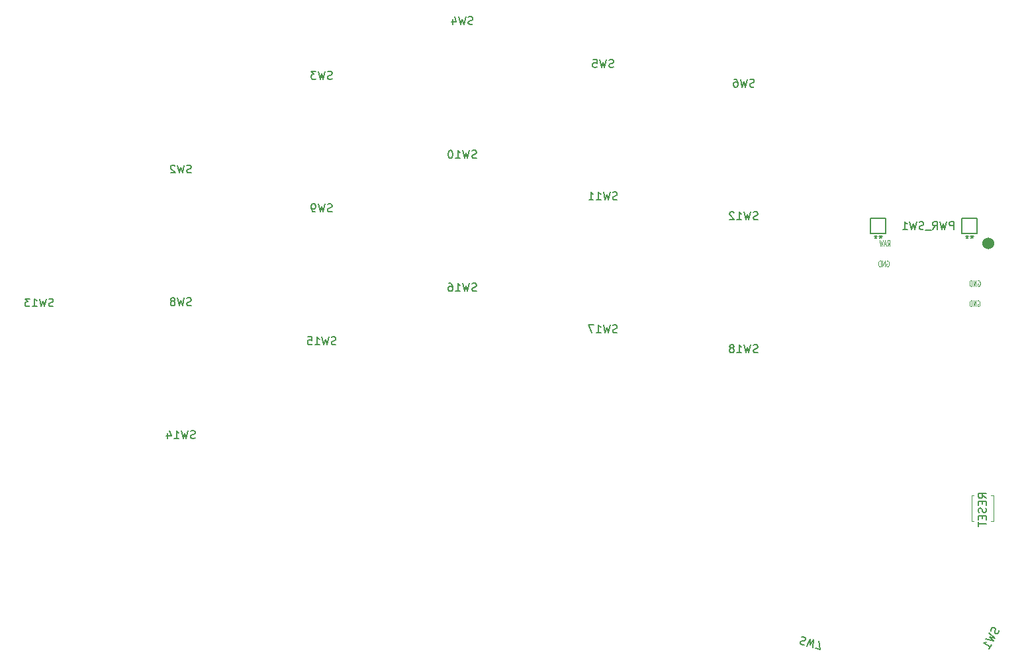
<source format=gbr>
%TF.GenerationSoftware,KiCad,Pcbnew,(6.0.2-0)*%
%TF.CreationDate,2022-03-18T22:26:56-05:00*%
%TF.ProjectId,Exkeylibur,45786b65-796c-4696-9275-722e6b696361,rev?*%
%TF.SameCoordinates,Original*%
%TF.FileFunction,Legend,Bot*%
%TF.FilePolarity,Positive*%
%FSLAX46Y46*%
G04 Gerber Fmt 4.6, Leading zero omitted, Abs format (unit mm)*
G04 Created by KiCad (PCBNEW (6.0.2-0)) date 2022-03-18 22:26:56*
%MOMM*%
%LPD*%
G01*
G04 APERTURE LIST*
%ADD10C,0.150000*%
%ADD11C,0.125000*%
%ADD12C,0.120000*%
%ADD13C,1.524000*%
G04 APERTURE END LIST*
D10*
%TO.C,RSW1*%
X146031230Y-85293777D02*
X145555040Y-84960443D01*
X146031230Y-84722348D02*
X145031230Y-84722348D01*
X145031230Y-85103300D01*
X145078850Y-85198538D01*
X145126469Y-85246158D01*
X145221707Y-85293777D01*
X145364564Y-85293777D01*
X145459802Y-85246158D01*
X145507421Y-85198538D01*
X145555040Y-85103300D01*
X145555040Y-84722348D01*
X145507421Y-85722348D02*
X145507421Y-86055681D01*
X146031230Y-86198538D02*
X146031230Y-85722348D01*
X145031230Y-85722348D01*
X145031230Y-86198538D01*
X145983611Y-86579491D02*
X146031230Y-86722348D01*
X146031230Y-86960443D01*
X145983611Y-87055681D01*
X145935992Y-87103300D01*
X145840754Y-87150919D01*
X145745516Y-87150919D01*
X145650278Y-87103300D01*
X145602659Y-87055681D01*
X145555040Y-86960443D01*
X145507421Y-86769967D01*
X145459802Y-86674729D01*
X145412183Y-86627110D01*
X145316945Y-86579491D01*
X145221707Y-86579491D01*
X145126469Y-86627110D01*
X145078850Y-86674729D01*
X145031230Y-86769967D01*
X145031230Y-87008062D01*
X145078850Y-87150919D01*
X145507421Y-87579491D02*
X145507421Y-87912824D01*
X146031230Y-88055681D02*
X146031230Y-87579491D01*
X145031230Y-87579491D01*
X145031230Y-88055681D01*
X145031230Y-88341396D02*
X145031230Y-88912824D01*
X146031230Y-88627110D02*
X145031230Y-88627110D01*
D11*
%TO.C,U1*%
X144942110Y-60049000D02*
X144989729Y-60013285D01*
X145061158Y-60013285D01*
X145132586Y-60049000D01*
X145180205Y-60120428D01*
X145204015Y-60191857D01*
X145227824Y-60334714D01*
X145227824Y-60441857D01*
X145204015Y-60584714D01*
X145180205Y-60656142D01*
X145132586Y-60727571D01*
X145061158Y-60763285D01*
X145013538Y-60763285D01*
X144942110Y-60727571D01*
X144918300Y-60691857D01*
X144918300Y-60441857D01*
X145013538Y-60441857D01*
X144704015Y-60763285D02*
X144704015Y-60013285D01*
X144418300Y-60763285D01*
X144418300Y-60013285D01*
X144180205Y-60763285D02*
X144180205Y-60013285D01*
X144061158Y-60013285D01*
X143989729Y-60049000D01*
X143942110Y-60120428D01*
X143918300Y-60191857D01*
X143894491Y-60334714D01*
X143894491Y-60441857D01*
X143918300Y-60584714D01*
X143942110Y-60656142D01*
X143989729Y-60727571D01*
X144061158Y-60763285D01*
X144180205Y-60763285D01*
X144962110Y-57469000D02*
X145009729Y-57433285D01*
X145081158Y-57433285D01*
X145152586Y-57469000D01*
X145200205Y-57540428D01*
X145224015Y-57611857D01*
X145247824Y-57754714D01*
X145247824Y-57861857D01*
X145224015Y-58004714D01*
X145200205Y-58076142D01*
X145152586Y-58147571D01*
X145081158Y-58183285D01*
X145033538Y-58183285D01*
X144962110Y-58147571D01*
X144938300Y-58111857D01*
X144938300Y-57861857D01*
X145033538Y-57861857D01*
X144724015Y-58183285D02*
X144724015Y-57433285D01*
X144438300Y-58183285D01*
X144438300Y-57433285D01*
X144200205Y-58183285D02*
X144200205Y-57433285D01*
X144081158Y-57433285D01*
X144009729Y-57469000D01*
X143962110Y-57540428D01*
X143938300Y-57611857D01*
X143914491Y-57754714D01*
X143914491Y-57861857D01*
X143938300Y-58004714D01*
X143962110Y-58076142D01*
X144009729Y-58147571D01*
X144081158Y-58183285D01*
X144200205Y-58183285D01*
D10*
D11*
X133312110Y-54939000D02*
X133359729Y-54903285D01*
X133431158Y-54903285D01*
X133502586Y-54939000D01*
X133550205Y-55010428D01*
X133574015Y-55081857D01*
X133597824Y-55224714D01*
X133597824Y-55331857D01*
X133574015Y-55474714D01*
X133550205Y-55546142D01*
X133502586Y-55617571D01*
X133431158Y-55653285D01*
X133383538Y-55653285D01*
X133312110Y-55617571D01*
X133288300Y-55581857D01*
X133288300Y-55331857D01*
X133383538Y-55331857D01*
X133074015Y-55653285D02*
X133074015Y-54903285D01*
X132788300Y-55653285D01*
X132788300Y-54903285D01*
X132550205Y-55653285D02*
X132550205Y-54903285D01*
X132431158Y-54903285D01*
X132359729Y-54939000D01*
X132312110Y-55010428D01*
X132288300Y-55081857D01*
X132264491Y-55224714D01*
X132264491Y-55331857D01*
X132288300Y-55474714D01*
X132312110Y-55546142D01*
X132359729Y-55617571D01*
X132431158Y-55653285D01*
X132550205Y-55653285D01*
X133406396Y-53013285D02*
X133573062Y-52656142D01*
X133692110Y-53013285D02*
X133692110Y-52263285D01*
X133501634Y-52263285D01*
X133454015Y-52299000D01*
X133430205Y-52334714D01*
X133406396Y-52406142D01*
X133406396Y-52513285D01*
X133430205Y-52584714D01*
X133454015Y-52620428D01*
X133501634Y-52656142D01*
X133692110Y-52656142D01*
X133215919Y-52799000D02*
X132977824Y-52799000D01*
X133263538Y-53013285D02*
X133096872Y-52263285D01*
X132930205Y-53013285D01*
X132811158Y-52263285D02*
X132692110Y-53013285D01*
X132596872Y-52477571D01*
X132501634Y-53013285D01*
X132382586Y-52263285D01*
D10*
%TO.C,SW16*%
X80845058Y-58755973D02*
X80702201Y-58803592D01*
X80464106Y-58803592D01*
X80368868Y-58755973D01*
X80321249Y-58708354D01*
X80273630Y-58613116D01*
X80273630Y-58517878D01*
X80321249Y-58422640D01*
X80368868Y-58375021D01*
X80464106Y-58327402D01*
X80654582Y-58279783D01*
X80749820Y-58232164D01*
X80797439Y-58184545D01*
X80845058Y-58089307D01*
X80845058Y-57994069D01*
X80797439Y-57898831D01*
X80749820Y-57851212D01*
X80654582Y-57803592D01*
X80416487Y-57803592D01*
X80273630Y-57851212D01*
X79940296Y-57803592D02*
X79702201Y-58803592D01*
X79511725Y-58089307D01*
X79321249Y-58803592D01*
X79083154Y-57803592D01*
X78178392Y-58803592D02*
X78749820Y-58803592D01*
X78464106Y-58803592D02*
X78464106Y-57803592D01*
X78559344Y-57946450D01*
X78654582Y-58041688D01*
X78749820Y-58089307D01*
X77321249Y-57803592D02*
X77511725Y-57803592D01*
X77606963Y-57851212D01*
X77654582Y-57898831D01*
X77749820Y-58041688D01*
X77797439Y-58232164D01*
X77797439Y-58613116D01*
X77749820Y-58708354D01*
X77702201Y-58755973D01*
X77606963Y-58803592D01*
X77416487Y-58803592D01*
X77321249Y-58755973D01*
X77273630Y-58708354D01*
X77226011Y-58613116D01*
X77226011Y-58375021D01*
X77273630Y-58279783D01*
X77321249Y-58232164D01*
X77416487Y-58184545D01*
X77606963Y-58184545D01*
X77702201Y-58232164D01*
X77749820Y-58279783D01*
X77797439Y-58375021D01*
%TO.C,SW7*%
X122443939Y-103064710D02*
X122594254Y-103055688D01*
X122824236Y-103117312D01*
X122903904Y-103187958D01*
X122937576Y-103246279D01*
X122958923Y-103350596D01*
X122934274Y-103442589D01*
X122863628Y-103522258D01*
X122805306Y-103555929D01*
X122700989Y-103577276D01*
X122504678Y-103573974D01*
X122400361Y-103595321D01*
X122342039Y-103628993D01*
X122271393Y-103708661D01*
X122246744Y-103800654D01*
X122268091Y-103904972D01*
X122301763Y-103963293D01*
X122381431Y-104033939D01*
X122611413Y-104095562D01*
X122761727Y-104086540D01*
X123071378Y-104218809D02*
X123560179Y-103314507D01*
X123559295Y-104053753D01*
X123928151Y-103413105D01*
X123899314Y-104440654D01*
X124175293Y-104514603D02*
X124819244Y-104687149D01*
X124664095Y-103610300D01*
%TO.C,SW15*%
X62845058Y-65613973D02*
X62702201Y-65661592D01*
X62464106Y-65661592D01*
X62368868Y-65613973D01*
X62321249Y-65566354D01*
X62273630Y-65471116D01*
X62273630Y-65375878D01*
X62321249Y-65280640D01*
X62368868Y-65233021D01*
X62464106Y-65185402D01*
X62654582Y-65137783D01*
X62749820Y-65090164D01*
X62797439Y-65042545D01*
X62845058Y-64947307D01*
X62845058Y-64852069D01*
X62797439Y-64756831D01*
X62749820Y-64709212D01*
X62654582Y-64661592D01*
X62416487Y-64661592D01*
X62273630Y-64709212D01*
X61940296Y-64661592D02*
X61702201Y-65661592D01*
X61511725Y-64947307D01*
X61321249Y-65661592D01*
X61083154Y-64661592D01*
X60178392Y-65661592D02*
X60749820Y-65661592D01*
X60464106Y-65661592D02*
X60464106Y-64661592D01*
X60559344Y-64804450D01*
X60654582Y-64899688D01*
X60749820Y-64947307D01*
X59273630Y-64661592D02*
X59749820Y-64661592D01*
X59797439Y-65137783D01*
X59749820Y-65090164D01*
X59654582Y-65042545D01*
X59416487Y-65042545D01*
X59321249Y-65090164D01*
X59273630Y-65137783D01*
X59226011Y-65233021D01*
X59226011Y-65471116D01*
X59273630Y-65566354D01*
X59321249Y-65613973D01*
X59416487Y-65661592D01*
X59654582Y-65661592D01*
X59749820Y-65613973D01*
X59797439Y-65566354D01*
%TO.C,SW13*%
X26709948Y-60721186D02*
X26567091Y-60768805D01*
X26328996Y-60768805D01*
X26233758Y-60721186D01*
X26186139Y-60673567D01*
X26138520Y-60578329D01*
X26138520Y-60483091D01*
X26186139Y-60387853D01*
X26233758Y-60340234D01*
X26328996Y-60292615D01*
X26519472Y-60244996D01*
X26614710Y-60197377D01*
X26662329Y-60149758D01*
X26709948Y-60054520D01*
X26709948Y-59959282D01*
X26662329Y-59864044D01*
X26614710Y-59816425D01*
X26519472Y-59768805D01*
X26281377Y-59768805D01*
X26138520Y-59816425D01*
X25805186Y-59768805D02*
X25567091Y-60768805D01*
X25376615Y-60054520D01*
X25186139Y-60768805D01*
X24948044Y-59768805D01*
X24043282Y-60768805D02*
X24614710Y-60768805D01*
X24328996Y-60768805D02*
X24328996Y-59768805D01*
X24424234Y-59911663D01*
X24519472Y-60006901D01*
X24614710Y-60054520D01*
X23709948Y-59768805D02*
X23090901Y-59768805D01*
X23424234Y-60149758D01*
X23281377Y-60149758D01*
X23186139Y-60197377D01*
X23138520Y-60244996D01*
X23090901Y-60340234D01*
X23090901Y-60578329D01*
X23138520Y-60673567D01*
X23186139Y-60721186D01*
X23281377Y-60768805D01*
X23567091Y-60768805D01*
X23662329Y-60721186D01*
X23709948Y-60673567D01*
%TO.C,SW17*%
X98845058Y-64089973D02*
X98702201Y-64137592D01*
X98464106Y-64137592D01*
X98368868Y-64089973D01*
X98321249Y-64042354D01*
X98273630Y-63947116D01*
X98273630Y-63851878D01*
X98321249Y-63756640D01*
X98368868Y-63709021D01*
X98464106Y-63661402D01*
X98654582Y-63613783D01*
X98749820Y-63566164D01*
X98797439Y-63518545D01*
X98845058Y-63423307D01*
X98845058Y-63328069D01*
X98797439Y-63232831D01*
X98749820Y-63185212D01*
X98654582Y-63137592D01*
X98416487Y-63137592D01*
X98273630Y-63185212D01*
X97940296Y-63137592D02*
X97702201Y-64137592D01*
X97511725Y-63423307D01*
X97321249Y-64137592D01*
X97083154Y-63137592D01*
X96178392Y-64137592D02*
X96749820Y-64137592D01*
X96464106Y-64137592D02*
X96464106Y-63137592D01*
X96559344Y-63280450D01*
X96654582Y-63375688D01*
X96749820Y-63423307D01*
X95845058Y-63137592D02*
X95178392Y-63137592D01*
X95606963Y-64137592D01*
%TO.C,SW18*%
X116825058Y-66629973D02*
X116682201Y-66677592D01*
X116444106Y-66677592D01*
X116348868Y-66629973D01*
X116301249Y-66582354D01*
X116253630Y-66487116D01*
X116253630Y-66391878D01*
X116301249Y-66296640D01*
X116348868Y-66249021D01*
X116444106Y-66201402D01*
X116634582Y-66153783D01*
X116729820Y-66106164D01*
X116777439Y-66058545D01*
X116825058Y-65963307D01*
X116825058Y-65868069D01*
X116777439Y-65772831D01*
X116729820Y-65725212D01*
X116634582Y-65677592D01*
X116396487Y-65677592D01*
X116253630Y-65725212D01*
X115920296Y-65677592D02*
X115682201Y-66677592D01*
X115491725Y-65963307D01*
X115301249Y-66677592D01*
X115063154Y-65677592D01*
X114158392Y-66677592D02*
X114729820Y-66677592D01*
X114444106Y-66677592D02*
X114444106Y-65677592D01*
X114539344Y-65820450D01*
X114634582Y-65915688D01*
X114729820Y-65963307D01*
X113586963Y-66106164D02*
X113682201Y-66058545D01*
X113729820Y-66010926D01*
X113777439Y-65915688D01*
X113777439Y-65868069D01*
X113729820Y-65772831D01*
X113682201Y-65725212D01*
X113586963Y-65677592D01*
X113396487Y-65677592D01*
X113301249Y-65725212D01*
X113253630Y-65772831D01*
X113206011Y-65868069D01*
X113206011Y-65915688D01*
X113253630Y-66010926D01*
X113301249Y-66058545D01*
X113396487Y-66106164D01*
X113586963Y-66106164D01*
X113682201Y-66153783D01*
X113729820Y-66201402D01*
X113777439Y-66296640D01*
X113777439Y-66487116D01*
X113729820Y-66582354D01*
X113682201Y-66629973D01*
X113586963Y-66677592D01*
X113396487Y-66677592D01*
X113301249Y-66629973D01*
X113253630Y-66582354D01*
X113206011Y-66487116D01*
X113206011Y-66296640D01*
X113253630Y-66201402D01*
X113301249Y-66153783D01*
X113396487Y-66106164D01*
%TO.C,SW4*%
X80368868Y-24621973D02*
X80226011Y-24669592D01*
X79987915Y-24669592D01*
X79892677Y-24621973D01*
X79845058Y-24574354D01*
X79797439Y-24479116D01*
X79797439Y-24383878D01*
X79845058Y-24288640D01*
X79892677Y-24241021D01*
X79987915Y-24193402D01*
X80178392Y-24145783D01*
X80273630Y-24098164D01*
X80321249Y-24050545D01*
X80368868Y-23955307D01*
X80368868Y-23860069D01*
X80321249Y-23764831D01*
X80273630Y-23717212D01*
X80178392Y-23669592D01*
X79940296Y-23669592D01*
X79797439Y-23717212D01*
X79464106Y-23669592D02*
X79226011Y-24669592D01*
X79035535Y-23955307D01*
X78845058Y-24669592D01*
X78606963Y-23669592D01*
X77797439Y-24002926D02*
X77797439Y-24669592D01*
X78035535Y-23621973D02*
X78273630Y-24336259D01*
X77654582Y-24336259D01*
%TO.C,SW3*%
X62368868Y-31621973D02*
X62226011Y-31669592D01*
X61987915Y-31669592D01*
X61892677Y-31621973D01*
X61845058Y-31574354D01*
X61797439Y-31479116D01*
X61797439Y-31383878D01*
X61845058Y-31288640D01*
X61892677Y-31241021D01*
X61987915Y-31193402D01*
X62178392Y-31145783D01*
X62273630Y-31098164D01*
X62321249Y-31050545D01*
X62368868Y-30955307D01*
X62368868Y-30860069D01*
X62321249Y-30764831D01*
X62273630Y-30717212D01*
X62178392Y-30669592D01*
X61940296Y-30669592D01*
X61797439Y-30717212D01*
X61464106Y-30669592D02*
X61226011Y-31669592D01*
X61035535Y-30955307D01*
X60845058Y-31669592D01*
X60606963Y-30669592D01*
X60321249Y-30669592D02*
X59702201Y-30669592D01*
X60035535Y-31050545D01*
X59892677Y-31050545D01*
X59797439Y-31098164D01*
X59749820Y-31145783D01*
X59702201Y-31241021D01*
X59702201Y-31479116D01*
X59749820Y-31574354D01*
X59797439Y-31621973D01*
X59892677Y-31669592D01*
X60178392Y-31669592D01*
X60273630Y-31621973D01*
X60321249Y-31574354D01*
%TO.C,SW9*%
X62368868Y-48595973D02*
X62226011Y-48643592D01*
X61987915Y-48643592D01*
X61892677Y-48595973D01*
X61845058Y-48548354D01*
X61797439Y-48453116D01*
X61797439Y-48357878D01*
X61845058Y-48262640D01*
X61892677Y-48215021D01*
X61987915Y-48167402D01*
X62178392Y-48119783D01*
X62273630Y-48072164D01*
X62321249Y-48024545D01*
X62368868Y-47929307D01*
X62368868Y-47834069D01*
X62321249Y-47738831D01*
X62273630Y-47691212D01*
X62178392Y-47643592D01*
X61940296Y-47643592D01*
X61797439Y-47691212D01*
X61464106Y-47643592D02*
X61226011Y-48643592D01*
X61035535Y-47929307D01*
X60845058Y-48643592D01*
X60606963Y-47643592D01*
X60178392Y-48643592D02*
X59987915Y-48643592D01*
X59892677Y-48595973D01*
X59845058Y-48548354D01*
X59749820Y-48405497D01*
X59702201Y-48215021D01*
X59702201Y-47834069D01*
X59749820Y-47738831D01*
X59797439Y-47691212D01*
X59892677Y-47643592D01*
X60083154Y-47643592D01*
X60178392Y-47691212D01*
X60226011Y-47738831D01*
X60273630Y-47834069D01*
X60273630Y-48072164D01*
X60226011Y-48167402D01*
X60178392Y-48215021D01*
X60083154Y-48262640D01*
X59892677Y-48262640D01*
X59797439Y-48215021D01*
X59749820Y-48167402D01*
X59702201Y-48072164D01*
%TO.C,SW14*%
X44845058Y-77621973D02*
X44702201Y-77669592D01*
X44464106Y-77669592D01*
X44368868Y-77621973D01*
X44321249Y-77574354D01*
X44273630Y-77479116D01*
X44273630Y-77383878D01*
X44321249Y-77288640D01*
X44368868Y-77241021D01*
X44464106Y-77193402D01*
X44654582Y-77145783D01*
X44749820Y-77098164D01*
X44797439Y-77050545D01*
X44845058Y-76955307D01*
X44845058Y-76860069D01*
X44797439Y-76764831D01*
X44749820Y-76717212D01*
X44654582Y-76669592D01*
X44416487Y-76669592D01*
X44273630Y-76717212D01*
X43940296Y-76669592D02*
X43702201Y-77669592D01*
X43511725Y-76955307D01*
X43321249Y-77669592D01*
X43083154Y-76669592D01*
X42178392Y-77669592D02*
X42749820Y-77669592D01*
X42464106Y-77669592D02*
X42464106Y-76669592D01*
X42559344Y-76812450D01*
X42654582Y-76907688D01*
X42749820Y-76955307D01*
X41321249Y-77002926D02*
X41321249Y-77669592D01*
X41559344Y-76621973D02*
X41797439Y-77336259D01*
X41178392Y-77336259D01*
%TO.C,SW12*%
X116825058Y-49611973D02*
X116682201Y-49659592D01*
X116444106Y-49659592D01*
X116348868Y-49611973D01*
X116301249Y-49564354D01*
X116253630Y-49469116D01*
X116253630Y-49373878D01*
X116301249Y-49278640D01*
X116348868Y-49231021D01*
X116444106Y-49183402D01*
X116634582Y-49135783D01*
X116729820Y-49088164D01*
X116777439Y-49040545D01*
X116825058Y-48945307D01*
X116825058Y-48850069D01*
X116777439Y-48754831D01*
X116729820Y-48707212D01*
X116634582Y-48659592D01*
X116396487Y-48659592D01*
X116253630Y-48707212D01*
X115920296Y-48659592D02*
X115682201Y-49659592D01*
X115491725Y-48945307D01*
X115301249Y-49659592D01*
X115063154Y-48659592D01*
X114158392Y-49659592D02*
X114729820Y-49659592D01*
X114444106Y-49659592D02*
X114444106Y-48659592D01*
X114539344Y-48802450D01*
X114634582Y-48897688D01*
X114729820Y-48945307D01*
X113777439Y-48754831D02*
X113729820Y-48707212D01*
X113634582Y-48659592D01*
X113396487Y-48659592D01*
X113301249Y-48707212D01*
X113253630Y-48754831D01*
X113206011Y-48850069D01*
X113206011Y-48945307D01*
X113253630Y-49088164D01*
X113825058Y-49659592D01*
X113206011Y-49659592D01*
%TO.C,SW11*%
X98845058Y-47071973D02*
X98702201Y-47119592D01*
X98464106Y-47119592D01*
X98368868Y-47071973D01*
X98321249Y-47024354D01*
X98273630Y-46929116D01*
X98273630Y-46833878D01*
X98321249Y-46738640D01*
X98368868Y-46691021D01*
X98464106Y-46643402D01*
X98654582Y-46595783D01*
X98749820Y-46548164D01*
X98797439Y-46500545D01*
X98845058Y-46405307D01*
X98845058Y-46310069D01*
X98797439Y-46214831D01*
X98749820Y-46167212D01*
X98654582Y-46119592D01*
X98416487Y-46119592D01*
X98273630Y-46167212D01*
X97940296Y-46119592D02*
X97702201Y-47119592D01*
X97511725Y-46405307D01*
X97321249Y-47119592D01*
X97083154Y-46119592D01*
X96178392Y-47119592D02*
X96749820Y-47119592D01*
X96464106Y-47119592D02*
X96464106Y-46119592D01*
X96559344Y-46262450D01*
X96654582Y-46357688D01*
X96749820Y-46405307D01*
X95226011Y-47119592D02*
X95797439Y-47119592D01*
X95511725Y-47119592D02*
X95511725Y-46119592D01*
X95606963Y-46262450D01*
X95702201Y-46357688D01*
X95797439Y-46405307D01*
%TO.C,SW8*%
X44368868Y-60621973D02*
X44226011Y-60669592D01*
X43987915Y-60669592D01*
X43892677Y-60621973D01*
X43845058Y-60574354D01*
X43797439Y-60479116D01*
X43797439Y-60383878D01*
X43845058Y-60288640D01*
X43892677Y-60241021D01*
X43987915Y-60193402D01*
X44178392Y-60145783D01*
X44273630Y-60098164D01*
X44321249Y-60050545D01*
X44368868Y-59955307D01*
X44368868Y-59860069D01*
X44321249Y-59764831D01*
X44273630Y-59717212D01*
X44178392Y-59669592D01*
X43940296Y-59669592D01*
X43797439Y-59717212D01*
X43464106Y-59669592D02*
X43226011Y-60669592D01*
X43035535Y-59955307D01*
X42845058Y-60669592D01*
X42606963Y-59669592D01*
X42083154Y-60098164D02*
X42178392Y-60050545D01*
X42226011Y-60002926D01*
X42273630Y-59907688D01*
X42273630Y-59860069D01*
X42226011Y-59764831D01*
X42178392Y-59717212D01*
X42083154Y-59669592D01*
X41892677Y-59669592D01*
X41797439Y-59717212D01*
X41749820Y-59764831D01*
X41702201Y-59860069D01*
X41702201Y-59907688D01*
X41749820Y-60002926D01*
X41797439Y-60050545D01*
X41892677Y-60098164D01*
X42083154Y-60098164D01*
X42178392Y-60145783D01*
X42226011Y-60193402D01*
X42273630Y-60288640D01*
X42273630Y-60479116D01*
X42226011Y-60574354D01*
X42178392Y-60621973D01*
X42083154Y-60669592D01*
X41892677Y-60669592D01*
X41797439Y-60621973D01*
X41749820Y-60574354D01*
X41702201Y-60479116D01*
X41702201Y-60288640D01*
X41749820Y-60193402D01*
X41797439Y-60145783D01*
X41892677Y-60098164D01*
%TO.C,SW6*%
X116368868Y-32621973D02*
X116226011Y-32669592D01*
X115987915Y-32669592D01*
X115892677Y-32621973D01*
X115845058Y-32574354D01*
X115797439Y-32479116D01*
X115797439Y-32383878D01*
X115845058Y-32288640D01*
X115892677Y-32241021D01*
X115987915Y-32193402D01*
X116178392Y-32145783D01*
X116273630Y-32098164D01*
X116321249Y-32050545D01*
X116368868Y-31955307D01*
X116368868Y-31860069D01*
X116321249Y-31764831D01*
X116273630Y-31717212D01*
X116178392Y-31669592D01*
X115940296Y-31669592D01*
X115797439Y-31717212D01*
X115464106Y-31669592D02*
X115226011Y-32669592D01*
X115035535Y-31955307D01*
X114845058Y-32669592D01*
X114606963Y-31669592D01*
X113797439Y-31669592D02*
X113987915Y-31669592D01*
X114083154Y-31717212D01*
X114130773Y-31764831D01*
X114226011Y-31907688D01*
X114273630Y-32098164D01*
X114273630Y-32479116D01*
X114226011Y-32574354D01*
X114178392Y-32621973D01*
X114083154Y-32669592D01*
X113892677Y-32669592D01*
X113797439Y-32621973D01*
X113749820Y-32574354D01*
X113702201Y-32479116D01*
X113702201Y-32241021D01*
X113749820Y-32145783D01*
X113797439Y-32098164D01*
X113892677Y-32050545D01*
X114083154Y-32050545D01*
X114178392Y-32098164D01*
X114226011Y-32145783D01*
X114273630Y-32241021D01*
%TO.C,SW5*%
X98368868Y-30121973D02*
X98226011Y-30169592D01*
X97987915Y-30169592D01*
X97892677Y-30121973D01*
X97845058Y-30074354D01*
X97797439Y-29979116D01*
X97797439Y-29883878D01*
X97845058Y-29788640D01*
X97892677Y-29741021D01*
X97987915Y-29693402D01*
X98178392Y-29645783D01*
X98273630Y-29598164D01*
X98321249Y-29550545D01*
X98368868Y-29455307D01*
X98368868Y-29360069D01*
X98321249Y-29264831D01*
X98273630Y-29217212D01*
X98178392Y-29169592D01*
X97940296Y-29169592D01*
X97797439Y-29217212D01*
X97464106Y-29169592D02*
X97226011Y-30169592D01*
X97035535Y-29455307D01*
X96845058Y-30169592D01*
X96606963Y-29169592D01*
X95749820Y-29169592D02*
X96226011Y-29169592D01*
X96273630Y-29645783D01*
X96226011Y-29598164D01*
X96130773Y-29550545D01*
X95892677Y-29550545D01*
X95797439Y-29598164D01*
X95749820Y-29645783D01*
X95702201Y-29741021D01*
X95702201Y-29979116D01*
X95749820Y-30074354D01*
X95797439Y-30121973D01*
X95892677Y-30169592D01*
X96130773Y-30169592D01*
X96226011Y-30121973D01*
X96273630Y-30074354D01*
%TO.C,SW2*%
X44368868Y-43621973D02*
X44226011Y-43669592D01*
X43987915Y-43669592D01*
X43892677Y-43621973D01*
X43845058Y-43574354D01*
X43797439Y-43479116D01*
X43797439Y-43383878D01*
X43845058Y-43288640D01*
X43892677Y-43241021D01*
X43987915Y-43193402D01*
X44178392Y-43145783D01*
X44273630Y-43098164D01*
X44321249Y-43050545D01*
X44368868Y-42955307D01*
X44368868Y-42860069D01*
X44321249Y-42764831D01*
X44273630Y-42717212D01*
X44178392Y-42669592D01*
X43940296Y-42669592D01*
X43797439Y-42717212D01*
X43464106Y-42669592D02*
X43226011Y-43669592D01*
X43035535Y-42955307D01*
X42845058Y-43669592D01*
X42606963Y-42669592D01*
X42273630Y-42764831D02*
X42226011Y-42717212D01*
X42130773Y-42669592D01*
X41892677Y-42669592D01*
X41797439Y-42717212D01*
X41749820Y-42764831D01*
X41702201Y-42860069D01*
X41702201Y-42955307D01*
X41749820Y-43098164D01*
X42321249Y-43669592D01*
X41702201Y-43669592D01*
%TO.C,SW10*%
X80845058Y-41737973D02*
X80702201Y-41785592D01*
X80464106Y-41785592D01*
X80368868Y-41737973D01*
X80321249Y-41690354D01*
X80273630Y-41595116D01*
X80273630Y-41499878D01*
X80321249Y-41404640D01*
X80368868Y-41357021D01*
X80464106Y-41309402D01*
X80654582Y-41261783D01*
X80749820Y-41214164D01*
X80797439Y-41166545D01*
X80845058Y-41071307D01*
X80845058Y-40976069D01*
X80797439Y-40880831D01*
X80749820Y-40833212D01*
X80654582Y-40785592D01*
X80416487Y-40785592D01*
X80273630Y-40833212D01*
X79940296Y-40785592D02*
X79702201Y-41785592D01*
X79511725Y-41071307D01*
X79321249Y-41785592D01*
X79083154Y-40785592D01*
X78178392Y-41785592D02*
X78749820Y-41785592D01*
X78464106Y-41785592D02*
X78464106Y-40785592D01*
X78559344Y-40928450D01*
X78654582Y-41023688D01*
X78749820Y-41071307D01*
X77559344Y-40785592D02*
X77464106Y-40785592D01*
X77368868Y-40833212D01*
X77321249Y-40880831D01*
X77273630Y-40976069D01*
X77226011Y-41166545D01*
X77226011Y-41404640D01*
X77273630Y-41595116D01*
X77321249Y-41690354D01*
X77368868Y-41737973D01*
X77464106Y-41785592D01*
X77559344Y-41785592D01*
X77654582Y-41737973D01*
X77702201Y-41690354D01*
X77749820Y-41595116D01*
X77797439Y-41404640D01*
X77797439Y-41166545D01*
X77749820Y-40976069D01*
X77702201Y-40880831D01*
X77654582Y-40833212D01*
X77559344Y-40785592D01*
%TO.C,BT_V1*%
X144215173Y-51641107D02*
X144215173Y-51834631D01*
X144408696Y-51757221D02*
X144215173Y-51834631D01*
X144021649Y-51757221D01*
X144331287Y-51989450D02*
X144215173Y-51834631D01*
X144099058Y-51989450D01*
X143595896Y-51641107D02*
X143595896Y-51834631D01*
X143789420Y-51757221D02*
X143595896Y-51834631D01*
X143402373Y-51757221D01*
X143712011Y-51989450D02*
X143595896Y-51834631D01*
X143479782Y-51989450D01*
%TO.C,BT_GND1*%
X132531173Y-51641107D02*
X132531173Y-51834631D01*
X132724696Y-51757221D02*
X132531173Y-51834631D01*
X132337649Y-51757221D01*
X132647287Y-51989450D02*
X132531173Y-51834631D01*
X132415058Y-51989450D01*
X131911896Y-51641107D02*
X131911896Y-51834631D01*
X132105420Y-51757221D02*
X131911896Y-51834631D01*
X131718373Y-51757221D01*
X132028011Y-51989450D02*
X131911896Y-51834631D01*
X131795782Y-51989450D01*
%TO.C,SW1*%
X147700572Y-102231824D02*
X147670383Y-102379351D01*
X147551335Y-102585548D01*
X147462477Y-102644217D01*
X147397428Y-102661647D01*
X147291140Y-102655267D01*
X147208661Y-102607648D01*
X147149992Y-102518790D01*
X147132563Y-102453741D01*
X147138942Y-102347453D01*
X147192941Y-102158686D01*
X147199321Y-102052398D01*
X147181891Y-101987349D01*
X147123222Y-101898491D01*
X147040743Y-101850872D01*
X146934455Y-101844492D01*
X146869406Y-101861922D01*
X146780548Y-101920591D01*
X146661500Y-102126787D01*
X146631311Y-102274315D01*
X146423405Y-102539180D02*
X147170383Y-103245377D01*
X146456555Y-103053191D01*
X146979907Y-103575291D01*
X145994834Y-103281488D01*
X146408478Y-104565035D02*
X146694193Y-104070163D01*
X146551335Y-104317599D02*
X145685310Y-103817599D01*
X145856647Y-103806549D01*
X145986745Y-103771689D01*
X146075603Y-103713020D01*
%TO.C,PWR_SW1*%
X141885253Y-50898380D02*
X141885253Y-49898380D01*
X141504300Y-49898380D01*
X141409062Y-49946000D01*
X141361443Y-49993619D01*
X141313824Y-50088857D01*
X141313824Y-50231714D01*
X141361443Y-50326952D01*
X141409062Y-50374571D01*
X141504300Y-50422190D01*
X141885253Y-50422190D01*
X140980491Y-49898380D02*
X140742396Y-50898380D01*
X140551919Y-50184095D01*
X140361443Y-50898380D01*
X140123348Y-49898380D01*
X139170967Y-50898380D02*
X139504300Y-50422190D01*
X139742396Y-50898380D02*
X139742396Y-49898380D01*
X139361443Y-49898380D01*
X139266205Y-49946000D01*
X139218586Y-49993619D01*
X139170967Y-50088857D01*
X139170967Y-50231714D01*
X139218586Y-50326952D01*
X139266205Y-50374571D01*
X139361443Y-50422190D01*
X139742396Y-50422190D01*
X138980491Y-50993619D02*
X138218586Y-50993619D01*
X138028110Y-50850761D02*
X137885253Y-50898380D01*
X137647158Y-50898380D01*
X137551919Y-50850761D01*
X137504300Y-50803142D01*
X137456681Y-50707904D01*
X137456681Y-50612666D01*
X137504300Y-50517428D01*
X137551919Y-50469809D01*
X137647158Y-50422190D01*
X137837634Y-50374571D01*
X137932872Y-50326952D01*
X137980491Y-50279333D01*
X138028110Y-50184095D01*
X138028110Y-50088857D01*
X137980491Y-49993619D01*
X137932872Y-49946000D01*
X137837634Y-49898380D01*
X137599538Y-49898380D01*
X137456681Y-49946000D01*
X137123348Y-49898380D02*
X136885253Y-50898380D01*
X136694777Y-50184095D01*
X136504300Y-50898380D01*
X136266205Y-49898380D01*
X135361443Y-50898380D02*
X135932872Y-50898380D01*
X135647158Y-50898380D02*
X135647158Y-49898380D01*
X135742396Y-50041238D01*
X135837634Y-50136476D01*
X135932872Y-50184095D01*
%TO.C,BT_V1*%
X142905535Y-51435212D02*
X142905535Y-49435212D01*
X142905535Y-49435212D02*
X144905535Y-49435212D01*
X144905535Y-49435212D02*
X144905535Y-51435212D01*
X144905535Y-51435212D02*
X142905535Y-51435212D01*
%TO.C,BT_GND1*%
X131221535Y-51435212D02*
X131221535Y-49435212D01*
X133221535Y-49435212D02*
X133221535Y-51435212D01*
X131221535Y-49435212D02*
X133221535Y-49435212D01*
X133221535Y-51435212D02*
X131221535Y-51435212D01*
D12*
%TO.C,RSW1*%
X144180425Y-84976425D02*
X144180425Y-88276425D01*
X146680425Y-84976425D02*
X146980425Y-84976425D01*
X144480425Y-84976425D02*
X144180425Y-84976425D01*
X146980425Y-88276425D02*
X146680425Y-88276425D01*
X144180425Y-88276425D02*
X144480425Y-88276425D01*
X146980425Y-84976425D02*
X146980425Y-88276425D01*
%TD*%
D13*
%TO.C,U1*%
X146312558Y-52716000D03*
%TD*%
M02*

</source>
